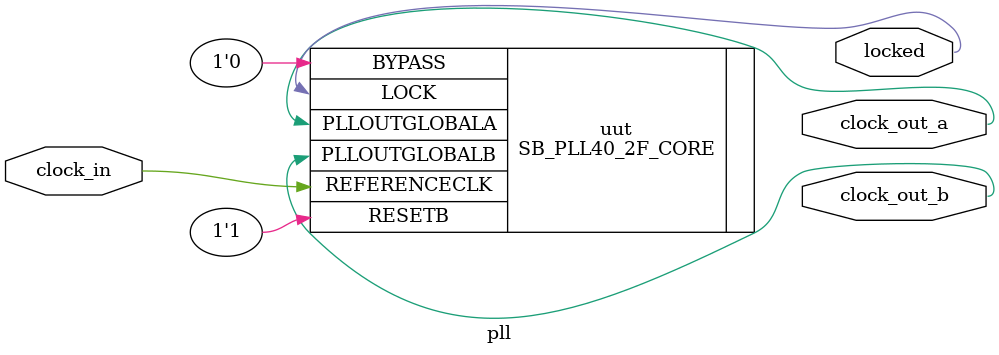
<source format=v>
/**
 * PLL configuration
 *
 * This Verilog module was generated automatically
 * using the icepll tool from the IceStorm project.
 * Use at your own risk.
 *
 * Given input frequency:       100.000 MHz
 * Requested output frequency:   30.000 MHz
 * Achieved output frequency:    30.000 MHz
 */

module pll(
	input  clock_in,
	output clock_out_a,
	output clock_out_b,
	output locked
	);

SB_PLL40_2F_CORE #(
		.FEEDBACK_PATH("SIMPLE"),
		.DIVR(4'b0100),		// DIVR =  4
		.DIVF(7'b0101111),	// DIVF = 47
		.DIVQ(3'b101),		// DIVQ =  5
		.FILTER_RANGE(3'b010),	// FILTER_RANGE = 2
		.PLLOUT_SELECT_PORTB("GENCLK_HALF")
	) uut (
		.LOCK(locked),
		.RESETB(1'b1),
		.BYPASS(1'b0),
		.REFERENCECLK(clock_in),
		.PLLOUTGLOBALA(clock_out_a),
		.PLLOUTGLOBALB(clock_out_b)
		);

endmodule

</source>
